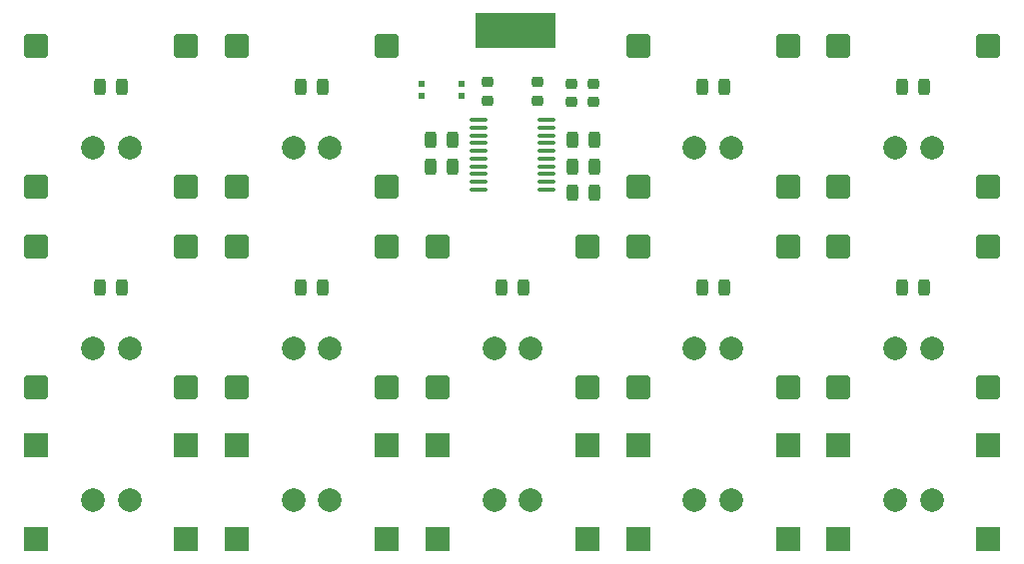
<source format=gbr>
%TF.GenerationSoftware,KiCad,Pcbnew,9.0.6*%
%TF.CreationDate,2025-12-18T00:43:41-05:00*%
%TF.ProjectId,secret-santa-2025,73656372-6574-42d7-9361-6e74612d3230,rev?*%
%TF.SameCoordinates,Original*%
%TF.FileFunction,Soldermask,Top*%
%TF.FilePolarity,Negative*%
%FSLAX46Y46*%
G04 Gerber Fmt 4.6, Leading zero omitted, Abs format (unit mm)*
G04 Created by KiCad (PCBNEW 9.0.6) date 2025-12-18 00:43:41*
%MOMM*%
%LPD*%
G01*
G04 APERTURE LIST*
G04 Aperture macros list*
%AMRoundRect*
0 Rectangle with rounded corners*
0 $1 Rounding radius*
0 $2 $3 $4 $5 $6 $7 $8 $9 X,Y pos of 4 corners*
0 Add a 4 corners polygon primitive as box body*
4,1,4,$2,$3,$4,$5,$6,$7,$8,$9,$2,$3,0*
0 Add four circle primitives for the rounded corners*
1,1,$1+$1,$2,$3*
1,1,$1+$1,$4,$5*
1,1,$1+$1,$6,$7*
1,1,$1+$1,$8,$9*
0 Add four rect primitives between the rounded corners*
20,1,$1+$1,$2,$3,$4,$5,0*
20,1,$1+$1,$4,$5,$6,$7,0*
20,1,$1+$1,$6,$7,$8,$9,0*
20,1,$1+$1,$8,$9,$2,$3,0*%
G04 Aperture macros list end*
%ADD10C,0.000000*%
%ADD11RoundRect,0.243750X-0.243750X-0.456250X0.243750X-0.456250X0.243750X0.456250X-0.243750X0.456250X0*%
%ADD12C,2.000000*%
%ADD13R,2.000000X2.000000*%
%ADD14RoundRect,0.243750X0.243750X0.456250X-0.243750X0.456250X-0.243750X-0.456250X0.243750X-0.456250X0*%
%ADD15RoundRect,0.250000X-0.750000X-0.750000X0.750000X-0.750000X0.750000X0.750000X-0.750000X0.750000X0*%
%ADD16R,0.250000X2.400000*%
%ADD17R,0.250000X2.050000*%
%ADD18R,0.250000X1.850000*%
%ADD19RoundRect,0.225000X0.250000X-0.225000X0.250000X0.225000X-0.250000X0.225000X-0.250000X-0.225000X0*%
%ADD20R,0.550000X0.500000*%
%ADD21RoundRect,0.225000X-0.250000X0.225000X-0.250000X-0.225000X0.250000X-0.225000X0.250000X0.225000X0*%
%ADD22RoundRect,0.100000X-0.637500X-0.100000X0.637500X-0.100000X0.637500X0.100000X-0.637500X0.100000X0*%
G04 APERTURE END LIST*
D10*
%TO.C,J1*%
G36*
X101400000Y-57937609D02*
G01*
X94652000Y-57937608D01*
X94652000Y-55020609D01*
X101400001Y-55020609D01*
X101400000Y-57937609D01*
G37*
%TD*%
D11*
%TO.C,D6*%
X79812500Y-61250000D03*
X81687500Y-61250000D03*
%TD*%
D12*
%TO.C,SW13*%
X113200000Y-96325000D03*
X116300000Y-96325000D03*
D13*
X108400000Y-91675000D03*
X108400000Y-99575000D03*
X121100000Y-91675000D03*
X121100000Y-99575000D03*
%TD*%
D12*
%TO.C,SW11*%
X79200000Y-96325000D03*
X82300000Y-96325000D03*
D13*
X74400000Y-91675000D03*
X74400000Y-99575000D03*
X87100000Y-91675000D03*
X87100000Y-99575000D03*
%TD*%
D11*
%TO.C,D10*%
X62812500Y-78250000D03*
X64687500Y-78250000D03*
%TD*%
D14*
%TO.C,D7*%
X104687501Y-70250000D03*
X102812499Y-70250000D03*
%TD*%
D12*
%TO.C,SW2*%
X79200000Y-66400000D03*
X82300000Y-66400000D03*
D15*
X74400000Y-57750000D03*
X74400000Y-69750000D03*
X87100000Y-57750000D03*
X87100000Y-69750000D03*
%TD*%
D12*
%TO.C,SW5*%
X62200000Y-83400000D03*
X65300000Y-83400000D03*
D15*
X57400000Y-74750000D03*
X57400000Y-86750000D03*
X70100000Y-74750000D03*
X70100000Y-86750000D03*
%TD*%
D11*
%TO.C,D5*%
X62812500Y-61250000D03*
X64687500Y-61250000D03*
%TD*%
D14*
%TO.C,D4*%
X104687501Y-68000000D03*
X102812499Y-68000000D03*
%TD*%
D12*
%TO.C,SW4*%
X130200000Y-66400000D03*
X133300000Y-66400000D03*
D15*
X125400000Y-57750000D03*
X125400000Y-69750000D03*
X138100000Y-57750000D03*
X138100000Y-69750000D03*
%TD*%
D16*
%TO.C,J1*%
X100750000Y-56720609D03*
D17*
X99250000Y-56895609D03*
D18*
X98750000Y-56995608D03*
X98250000Y-56995609D03*
X97750000Y-56995609D03*
D17*
X96750000Y-56895609D03*
D16*
X95250000Y-56720609D03*
%TD*%
D11*
%TO.C,D9*%
X130812500Y-61250000D03*
X132687500Y-61250000D03*
%TD*%
D14*
%TO.C,D1*%
X92687501Y-68000000D03*
X90812499Y-68000000D03*
%TD*%
D11*
%TO.C,D13*%
X113812500Y-78250000D03*
X115687500Y-78250000D03*
%TD*%
D14*
%TO.C,D2*%
X92687501Y-65750000D03*
X90812499Y-65750000D03*
%TD*%
D19*
%TO.C,C2*%
X102750000Y-62525000D03*
X102750000Y-60975000D03*
%TD*%
D20*
%TO.C,RST1*%
X90025000Y-61000000D03*
X90025000Y-62000000D03*
X93475000Y-61000000D03*
X93475000Y-62000000D03*
%TD*%
D14*
%TO.C,D3*%
X104687501Y-65750000D03*
X102812499Y-65750000D03*
%TD*%
D21*
%TO.C,R2*%
X95625000Y-60850000D03*
X95625000Y-62400000D03*
%TD*%
D12*
%TO.C,SW10*%
X62200000Y-96325000D03*
X65300000Y-96325000D03*
D13*
X57400000Y-91675000D03*
X57400000Y-99575000D03*
X70100000Y-91675000D03*
X70100000Y-99575000D03*
%TD*%
D11*
%TO.C,D14*%
X130812500Y-78250000D03*
X132687500Y-78250000D03*
%TD*%
%TO.C,D8*%
X113812500Y-61250000D03*
X115687500Y-61250000D03*
%TD*%
D21*
%TO.C,R1*%
X99875000Y-60850000D03*
X99875000Y-62400000D03*
%TD*%
D12*
%TO.C,SW1*%
X62200000Y-66400000D03*
X65300000Y-66400000D03*
D15*
X57400000Y-57750000D03*
X57400000Y-69750000D03*
X70100000Y-57750000D03*
X70100000Y-69750000D03*
%TD*%
D11*
%TO.C,D11*%
X79812500Y-78250000D03*
X81687500Y-78250000D03*
%TD*%
D12*
%TO.C,SW14*%
X130200000Y-96325000D03*
X133300000Y-96325000D03*
D13*
X125400000Y-91675000D03*
X125400000Y-99575000D03*
X138100000Y-91675000D03*
X138100000Y-99575000D03*
%TD*%
D11*
%TO.C,D12*%
X96812500Y-78250000D03*
X98687500Y-78250000D03*
%TD*%
D12*
%TO.C,SW6*%
X79200000Y-83400000D03*
X82300000Y-83400000D03*
D15*
X74400000Y-74750000D03*
X74400000Y-86750000D03*
X87100000Y-74750000D03*
X87100000Y-86750000D03*
%TD*%
D12*
%TO.C,SW9*%
X130200000Y-83400000D03*
X133300000Y-83400000D03*
D15*
X125400000Y-74750000D03*
X125400000Y-86750000D03*
X138100000Y-74750000D03*
X138100000Y-86750000D03*
%TD*%
D12*
%TO.C,SW7*%
X96200000Y-83400000D03*
X99300000Y-83400000D03*
D15*
X91400000Y-74750000D03*
X91400000Y-86750000D03*
X104100000Y-74750000D03*
X104100000Y-86750000D03*
%TD*%
D12*
%TO.C,SW3*%
X113200000Y-66400000D03*
X116300000Y-66400000D03*
D15*
X108400000Y-57750000D03*
X108400000Y-69750000D03*
X121100000Y-57750000D03*
X121100000Y-69750000D03*
%TD*%
D19*
%TO.C,C1*%
X104625000Y-62525000D03*
X104625000Y-60975000D03*
%TD*%
D22*
%TO.C,U1*%
X94887500Y-64075000D03*
X94887500Y-64725000D03*
X94887500Y-65375000D03*
X94887500Y-66025000D03*
X94887500Y-66675000D03*
X94887500Y-67325000D03*
X94887500Y-67975000D03*
X94887500Y-68625000D03*
X94887500Y-69275000D03*
X94887500Y-69925000D03*
X100612500Y-69925000D03*
X100612500Y-69275000D03*
X100612500Y-68625000D03*
X100612500Y-67975000D03*
X100612500Y-67325000D03*
X100612500Y-66675000D03*
X100612500Y-66025000D03*
X100612500Y-65375000D03*
X100612500Y-64725000D03*
X100612500Y-64075000D03*
%TD*%
D12*
%TO.C,SW8*%
X113200000Y-83400000D03*
X116300000Y-83400000D03*
D15*
X108400000Y-74750000D03*
X108400000Y-86750000D03*
X121100000Y-74750000D03*
X121100000Y-86750000D03*
%TD*%
D12*
%TO.C,SW12*%
X96200000Y-96325000D03*
X99300000Y-96325000D03*
D13*
X91400000Y-91675000D03*
X91400000Y-99575000D03*
X104100000Y-91675000D03*
X104100000Y-99575000D03*
%TD*%
M02*

</source>
